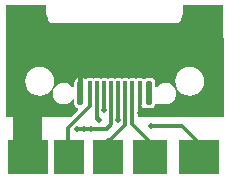
<source format=gtl>
G04*
G04 #@! TF.GenerationSoftware,Altium Limited,Altium Designer,18.0.11 (651)*
G04*
G04 Layer_Physical_Order=1*
G04 Layer_Color=255*
%FSTAX24Y24*%
%MOIN*%
G70*
G01*
G75*
%ADD12R,0.1378X0.1181*%
%ADD13R,0.0984X0.1181*%
%ADD14R,0.1181X0.1181*%
G04:AMPARAMS|DCode=15|XSize=19.7mil|YSize=82.7mil|CornerRadius=4.9mil|HoleSize=0mil|Usage=FLASHONLY|Rotation=0.000|XOffset=0mil|YOffset=0mil|HoleType=Round|Shape=RoundedRectangle|*
%AMROUNDEDRECTD15*
21,1,0.0197,0.0728,0,0,0.0*
21,1,0.0098,0.0827,0,0,0.0*
1,1,0.0098,0.0049,-0.0364*
1,1,0.0098,-0.0049,-0.0364*
1,1,0.0098,-0.0049,0.0364*
1,1,0.0098,0.0049,0.0364*
%
%ADD15ROUNDEDRECTD15*%
G04:AMPARAMS|DCode=16|XSize=13.8mil|YSize=82.7mil|CornerRadius=3.4mil|HoleSize=0mil|Usage=FLASHONLY|Rotation=0.000|XOffset=0mil|YOffset=0mil|HoleType=Round|Shape=RoundedRectangle|*
%AMROUNDEDRECTD16*
21,1,0.0138,0.0758,0,0,0.0*
21,1,0.0069,0.0827,0,0,0.0*
1,1,0.0069,0.0034,-0.0379*
1,1,0.0069,-0.0034,-0.0379*
1,1,0.0069,-0.0034,0.0379*
1,1,0.0069,0.0034,0.0379*
%
%ADD16ROUNDEDRECTD16*%
%ADD22C,0.0180*%
%ADD23C,0.0138*%
%ADD24C,0.0197*%
G36*
X01737Y01468D02*
X017368Y014546D01*
Y01205D01*
X015306D01*
X015306Y01205D01*
X01453Y01205D01*
X0145Y01208D01*
Y01247D01*
X01463D01*
X01464Y01241D01*
X01469Y01237D01*
X01501D01*
X01506Y01241D01*
X01507Y01247D01*
X01509Y0125D01*
X01536D01*
X015446Y012493D01*
X015486Y012498D01*
X01549D01*
X015496Y012499D01*
X015533Y012504D01*
X015619Y01254D01*
X015648Y012562D01*
X015654Y012566D01*
X015656Y012568D01*
X015693Y012597D01*
X015722Y012634D01*
X015724Y012636D01*
X015728Y012642D01*
X01575Y012671D01*
X015786Y012757D01*
X015791Y012794D01*
X015792Y0128D01*
Y012804D01*
X015798Y01285D01*
X015792Y012896D01*
Y0129D01*
X015791Y012906D01*
X015786Y012943D01*
X01575Y013029D01*
X015728Y013058D01*
X015724Y013064D01*
X015722Y013066D01*
X015693Y013103D01*
X015656Y013132D01*
X015654Y013134D01*
X015648Y013138D01*
X015619Y01316D01*
X015533Y013196D01*
X015496Y013201D01*
X01549Y013202D01*
X015486D01*
X01544Y013208D01*
X015394Y013202D01*
X01539D01*
X015384Y013201D01*
X015347Y013196D01*
X015261Y01316D01*
X015232Y013138D01*
X015226Y013134D01*
X015224Y013132D01*
X015187Y013103D01*
X015161Y013069D01*
X015153Y013063D01*
X015135Y013059D01*
X015093Y013061D01*
X015083Y013069D01*
Y013219D01*
X015072Y013277D01*
X015039Y013326D01*
X014989Y013359D01*
X014931Y013371D01*
X014833D01*
X014774Y013359D01*
X01475Y013343D01*
X014698Y01333D01*
X014654Y01336D01*
X014601Y01337D01*
X014532D01*
X01448Y01336D01*
X014449Y013339D01*
X014418Y01336D01*
X014365Y01337D01*
X014296D01*
X014244Y01336D01*
X014213Y013339D01*
X014181Y01336D01*
X014129Y01337D01*
X01406D01*
X014008Y01336D01*
X013976Y013339D01*
X013945Y01336D01*
X013893Y01337D01*
X013824D01*
X013771Y01336D01*
X01374Y013339D01*
X013709Y01336D01*
X013657Y01337D01*
X013588D01*
X013535Y01336D01*
X013504Y013339D01*
X013473Y01336D01*
X01342Y01337D01*
X013351D01*
X013299Y01336D01*
X013268Y013339D01*
X013237Y01336D01*
X013184Y01337D01*
X013115D01*
X013063Y01336D01*
X013032Y013339D01*
X013Y01336D01*
X012948Y01337D01*
X012879D01*
X012826Y01336D01*
X012782Y01333D01*
X01273Y013343D01*
X012706Y013359D01*
X012648Y013371D01*
X012549D01*
X012491Y013359D01*
X012442Y013326D01*
X012409Y013277D01*
X012397Y013219D01*
Y013065D01*
X012376Y01305D01*
X012324Y013064D01*
X012322Y013066D01*
X012293Y013103D01*
X012256Y013132D01*
X012254Y013134D01*
X012248Y013138D01*
X012219Y01316D01*
X012133Y013196D01*
X012096Y013201D01*
X01209Y013202D01*
X012086D01*
X01204Y013208D01*
X011994Y013202D01*
X01199D01*
X011984Y013201D01*
X011947Y013196D01*
X011861Y01316D01*
X011832Y013138D01*
X011826Y013134D01*
X011824Y013132D01*
X011787Y013103D01*
X011758Y013066D01*
X011756Y013064D01*
X011752Y013058D01*
X01173Y013029D01*
X011694Y012943D01*
X011689Y012906D01*
X011688Y0129D01*
Y012896D01*
X011682Y01285D01*
X011688Y012804D01*
Y0128D01*
X011689Y012794D01*
X011694Y012757D01*
X01173Y012671D01*
X011752Y012642D01*
X011756Y012636D01*
X011758Y012634D01*
X011787Y012597D01*
X011824Y012568D01*
X011826Y012566D01*
X011832Y012562D01*
X011861Y01254D01*
X011947Y012504D01*
X011984Y012499D01*
X01199Y012498D01*
X011994D01*
X01204Y012492D01*
X012086Y012498D01*
X01209D01*
X012096Y012499D01*
X012133Y012504D01*
X012219Y01254D01*
X012248Y012562D01*
X012254Y012566D01*
X012256Y012568D01*
X012293Y012597D01*
X012322Y012634D01*
X012324Y012636D01*
X012376Y01265D01*
X012397Y012635D01*
Y01249D01*
X012409Y012432D01*
X012442Y012383D01*
X012491Y01235D01*
X012511Y012346D01*
X012528Y012291D01*
X012286Y01205D01*
X01132D01*
Y011088D01*
Y011082D01*
X011317Y011068D01*
X011312Y011056D01*
X011305Y011045D01*
X0113Y01104D01*
X01129Y01103D01*
X011268Y011016D01*
X011243Y011005D01*
X011217Y011D01*
X01034D01*
Y01205D01*
X010112D01*
Y01441D01*
X01011D01*
Y01486D01*
X01147Y01545D01*
X0115Y01536D01*
X01152Y01527D01*
X01157Y01522D01*
X011626Y015187D01*
X011675Y015177D01*
Y015179D01*
X015806D01*
Y015177D01*
X015854Y015187D01*
X01592Y01523D01*
X01596Y01529D01*
X01599Y0154D01*
X01601Y01549D01*
X01737Y01468D01*
D02*
G37*
%LPC*%
G36*
X01624Y013734D02*
X016115Y013718D01*
X015998Y013669D01*
X015898Y013592D01*
X015821Y013492D01*
X015772Y013375D01*
X015756Y01325D01*
X015772Y013125D01*
X015821Y013008D01*
X015898Y012908D01*
X015998Y012831D01*
X016115Y012782D01*
X01624Y012766D01*
X016365Y012782D01*
X016482Y012831D01*
X016582Y012908D01*
X016659Y013008D01*
X016708Y013125D01*
X016724Y01325D01*
X016708Y013375D01*
X016659Y013492D01*
X016582Y013592D01*
X016482Y013669D01*
X016365Y013718D01*
X01624Y013734D01*
D02*
G37*
G36*
X01124D02*
X011115Y013718D01*
X010998Y013669D01*
X010898Y013592D01*
X010821Y013492D01*
X010772Y013375D01*
X010756Y01325D01*
X010772Y013125D01*
X010821Y013008D01*
X010898Y012908D01*
X010998Y012831D01*
X011115Y012782D01*
X01124Y012766D01*
X011365Y012782D01*
X011482Y012831D01*
X011582Y012908D01*
X011659Y013008D01*
X011708Y013125D01*
X011724Y01325D01*
X011708Y013375D01*
X011659Y013492D01*
X011582Y013592D01*
X011482Y013669D01*
X011365Y013718D01*
X01124Y013734D01*
D02*
G37*
G36*
X015427Y012235D02*
X015427Y012235D01*
X015427Y012235D01*
D01*
D02*
G37*
%LPD*%
D12*
X01084Y010728D02*
D03*
X01655D02*
D03*
X016693Y015236D02*
D03*
X010787D02*
D03*
D13*
X01223Y010728D02*
D03*
X0135D02*
D03*
D14*
X01491D02*
D03*
D15*
X012598Y012854D02*
D03*
X014882D02*
D03*
D16*
X014567D02*
D03*
X012913D02*
D03*
X014331D02*
D03*
X01315D02*
D03*
X014094D02*
D03*
X013386D02*
D03*
X013622D02*
D03*
X013858D02*
D03*
D22*
X012598D02*
Y013448D01*
D23*
X012913Y012433D02*
Y012854D01*
X01217Y01169D02*
X012913Y012433D01*
X01217Y01111D02*
Y01169D01*
X01315Y011994D02*
Y012854D01*
X013386Y012279D02*
Y012854D01*
X01248Y011669D02*
X013469D01*
X013622Y011822D01*
Y012854D01*
X013858Y011972D02*
Y012854D01*
X014094Y011804D02*
Y012854D01*
X01358Y01129D02*
X014094Y011804D01*
X0135Y01129D02*
X01358D01*
X014331Y011819D02*
X01491Y01124D01*
X014331Y011819D02*
Y012854D01*
X01656Y0109D02*
Y0112D01*
X015983Y011777D02*
X01656Y0112D01*
X015903Y011777D02*
X015983D01*
X014952D02*
X015903D01*
D24*
X01062Y0123D02*
D03*
X01116Y01228D02*
D03*
X013386Y012279D02*
D03*
X01248Y011669D02*
D03*
X013858Y011972D02*
D03*
X014952Y011777D02*
D03*
X01524Y012313D02*
D03*
X014895Y012193D02*
D03*
X014587D02*
D03*
X013209Y011957D02*
D03*
X012946Y011669D02*
D03*
X012713D02*
D03*
M02*

</source>
